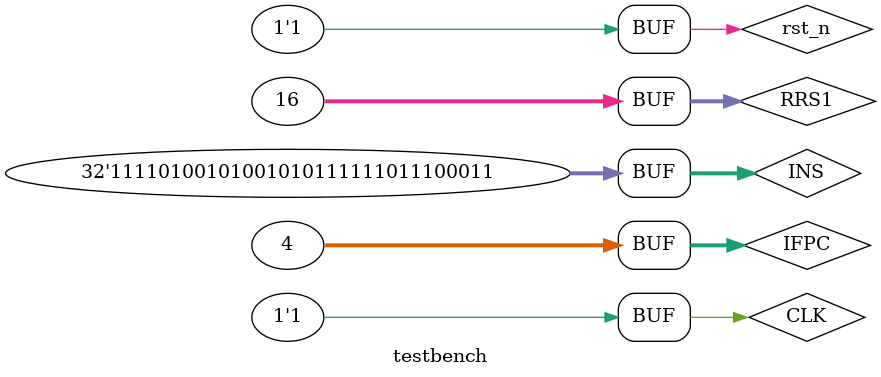
<source format=v>
`timescale 1ns/1ps
module testbench();

    reg CLK,rst_n;
    reg[31:0] IFPC,INS,RRS1;
    wire[31:0] DEPC,BJumpRSIMM;
    wire[11:0] imm;
    wire[19:0] uimm;
    wire[4:0] RS1,shamt,rs2,rd;
    wire[2:0] DERegMuxS,DEBS;
    wire[1:0] DEShCtr,DELogicS,DEWWHBS,DERWHBS;
    wire DERWE,DEMWE,DEBE,DEShMuxS,DEALUS,DEALUMuxSB,DEALUIMMMuxSB,DEALUMuxSA,DEALUIMMMuxSA,DELS,DEBranchFlush;

    DE de(
        .CLK(CLK),
        .rst_n(rst_n),
        .IFPC(IFPC),
        .INS(INS),
        .RRS1(RRS1),
        .DEPC(DEPC),
        .BJumpRSIMM(BJumpRSIMM),
        .imm(imm),
        .uimm(uimm),
        .RS1(RS1),
        .shamt(shamt),
        .rs2(rs2),
        .rd(rd),
        .DERegMuxS(DERegMuxS),
        .DEBS(DEBS),
        .DEShCtr(DEShCtr),
        .DELogicS(DELogicS),
        .DEWWHBS(DEWWHBS),
        .DERWHBS(DERWHBS),
        .DERWE(DERWE),
        .DEMWE(DEMWE),
        .DEBE(DEBE),
        .DEShMuxS(DEShMuxS),
        .DEALUS(DEALUS),
        .DEALUMuxSB(DEALUMuxSB),
        .DEALUIMMMuxSB(DEALUIMMMuxSB),
        .DEALUMuxSA(DEALUMuxSA),
        .DEALUIMMMuxSA(DEALUIMMMuxSA),
        .DELS(DELS),
        .DEBranchFlush(DEBranchFlush)
    );

    initial begin
        CLK=0;
        rst_n=0;
        INS=0;
        IFPC=4;
        RRS1=32'h10;
        #10;
        rst_n=1;
        CLK=1;
        INS=32'hf6a508e3;
        #10;
        INS=32'hf6a516e3;
        #10;
        INS=32'hf6a544e3;
        #10;
        INS=32'hf6a552e3;
        #10;
        INS=32'hf6a560e3;
        #10;
        INS=32'hf4a57ee3;
        #10;
    end

    initial begin
        $dumpfile("wave.vcd");
        $dumpvars(0,testbench);    
    end

endmodule
</source>
